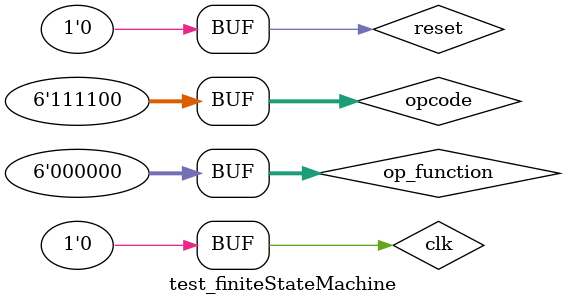
<source format=v>
`timescale 1ns / 1ns

module test_finiteStateMachine;

	// Inputs
	reg [5:0] opcode;
	reg [5:0] op_function;
	reg clk;
	reg reset;

	// Outputs
	wire O_PC_WRITE;
	wire O_BRANCH;
	wire O_ALU_SRC_A;
	wire O_REG_FILE_ENABLE;
	wire O_INSTRUCTION_OR_DATA;
	wire O_MEM_ENABLE;
	wire O_REG_DEST;
	wire O_MEM_TO_REG;
	wire [1:0] O_PC_SRC;
	wire [1:0] O_ALU_SRC_B;
	wire [3:0] O_ALU_CONTROL;
	wire O_IR_WRITE;

	// Instantiate the Unit Under Test (UUT)
	finiteStateMachine uut (
		.opcode(opcode),
		.op_function(op_function),
		.clk(clk),
		.reset(reset),
		.O_PC_WRITE(O_PC_WRITE),
		.O_BRANCH(O_BRANCH),
		.O_ALU_SRC_A(O_ALU_SRC_A),
		.O_REG_FILE_ENABLE(O_REG_FILE_ENABLE),
		.O_INSTRUCTION_OR_DATA(O_INSTRUCTION_OR_DATA),
		.O_MEM_ENABLE(O_MEM_ENABLE),
		.O_REG_DEST(O_REG_DEST),
		.O_MEM_TO_REG(O_MEM_TO_REG),
		.O_PC_SRC(O_PC_SRC),
		.O_ALU_SRC_B(O_ALU_SRC_B),
		.O_ALU_CONTROL(O_ALU_CONTROL),
		.O_IR_WRITE(O_IR_WRITE)
	);

	initial begin
		// Initialize Inputs

		$display ("time\tclk\treset\t\topcode\t\top_function");
		$monitor ("%g\t%b\t%b\t\t%b\t\t%b",
					 $time, clk, reset, opcode, op_function);

		opcode = 0;
		op_function = 0;
		clk = 0;
		reset = 0;

		#100;
		// Reset the FSM.  Should go into S_IDLE= 3'b000 state, and output O_NOTHING= 6'b100000.
		#5; clk= 1; reset= 1;
		#5; clk= 0; reset= 0;
		// NOOP = 000000
		#5;
		opcode = 6'b000000;
		clk= 0;
		reset= 0;
		#5; clk= 1; // fetch
		#5; clk= 0;
		#5; clk= 1; // decodes
		#5; clk= 0;
		#5; clk= 1; // branch
		#5; clk= 0;

		// MOV = 010000
		#5; clk= 0; reset= 0;
		opcode = 6'b010000;
		#5; clk= 1; // fetch
		#5; clk= 0;
		#5; clk= 1; // decode
		#5; clk= 0;
		#5; clk= 1; // execute
		#5; clk= 0;
		#5; clk= 1; // alu_writeback
		#5; clk= 0;
	   
		// TESTING OP_SUB    = 6'b010011;
		#5;
		opcode = 6'b010011;
		clk= 0;
		reset= 0;
		#5; clk= 1; // fetch
		#5; clk= 0;
		#5; clk= 1; // decode
		#5; clk= 0;
		#5; clk= 1;
		#5; clk= 0;
		#5; clk= 1;
		#5; clk= 0;
		#5; clk= 1;
		#5; clk= 0;

		// TESTING OP_SUB    = 6'b010011;
		#5;
		opcode = 6'b010011;
		clk= 0;
		reset= 0;
		#5; clk= 1; // fetch
		#5; clk= 0;
		#5; clk= 1; // decode
		#5; clk= 0;
		#5; clk= 1;
		#5; clk= 0;
		#5; clk= 1;
		#5; clk= 0;
		#5; clk= 1;
		#5; clk= 0;

		// TESTING OP_OR     = 6'b010100;
		#5;
		opcode = 6'b010100;
		clk= 0;
		reset= 0;
		#5; clk= 1; // fetch
		#5; clk= 0;
		#5; clk= 1; // decode
		#5; clk= 0;
		#5; clk= 1;
		#5; clk= 0;
		#5; clk= 1;
		#5; clk= 0;
		#5; clk= 1;
		#5; clk= 0;

		// TESTING OP_AND    = 6'b010101;
		#5;
		opcode = 6'b010101;
		clk= 0;
		reset= 0;
		#5; clk= 1; // fetch
		#5; clk= 0;
		#5; clk= 1; // decode
		#5; clk= 0;
		#5; clk= 1;
		#5; clk= 0;
		#5; clk= 1;
		#5; clk= 0;
		#5; clk= 1;
		#5; clk= 0;

		// TESTING OP_XOR    = 6'b010110;
		#5;
		opcode = 6'b010110;
		clk= 0;
		reset= 0;
		#5; clk= 1; // fetch
		#5; clk= 0;
		#5; clk= 1; // decode
		#5; clk= 0;
		#5; clk= 1;
		#5; clk= 0;
		#5; clk= 1;
		#5; clk= 0;
		#5; clk= 1;
		#5; clk= 0;

		// TESTING OP_SLT    = 6'b010111;
		#5;
		opcode = 6'b010111;
		clk= 0;
		reset= 0;
		#5; clk= 1; // fetch
		#5; clk= 0;
		#5; clk= 1; // decode
		#5; clk= 0;
		#5; clk= 1;
		#5; clk= 0;
		#5; clk= 1;
		#5; clk= 0;
		#5; clk= 1;
		#5; clk= 0;

		// TESTING OP_J      = 6'b000001;
		#5;
		opcode = 6'b000001;
		clk= 0;
		reset= 0;
		#5; clk= 1; // fetch
		#5; clk= 0;
		#5; clk= 1; // decode
		#5; clk= 0;
		#5; clk= 1;
		#5; clk= 0;
		#5; clk= 1;
		#5; clk= 0;
		#5; clk= 1;
		#5; clk= 0;

		// TESTING OP_BNE    = 6'b100001;
		#5;
		opcode = 6'b100001;
		clk= 0;
		reset= 0;
		#5; clk= 1; // fetch
		#5; clk= 0;
		#5; clk= 1; // decode
		#5; clk= 0;
		#5; clk= 1;
		#5; clk= 0;
		#5; clk= 1;
		#5; clk= 0;
		#5; clk= 1;
		#5; clk= 0;

		// TESTING OP_ADDI   = 6'b110010;
		#5;
		opcode = 6'b110010;
		clk= 0;
		reset= 0;
		#5; clk= 1; // fetch
		#5; clk= 0;
		#5; clk= 1; // decode
		#5; clk= 0;
		#5; clk= 1;
		#5; clk= 0;
		#5; clk= 1;
		#5; clk= 0;
		#5; clk= 1;
		#5; clk= 0;

		// TESTING OP_SUBI   = 6'b110011;
		#5;
		opcode = 6'b110011;
		clk= 0;
		reset= 0;
		#5; clk= 1; // fetch
		#5; clk= 0;
		#5; clk= 1; // decode
		#5; clk= 0;
		#5; clk= 1;
		#5; clk= 0;
		#5; clk= 1;
		#5; clk= 0;
		#5; clk= 1;
		#5; clk= 0;

		// TESTING OP_ORI    = 6'b110100;
		#5;
		opcode = 6'b110100;
		clk= 0;
		reset= 0;
		#5; clk= 1; // fetch
		#5; clk= 0;
		#5; clk= 1; // decode
		#5; clk= 0;
		#5; clk= 1;
		#5; clk= 0;
		#5; clk= 1;
		#5; clk= 0;
		#5; clk= 1;
		#5; clk= 0;

		// TESTING OP_ANDI   = 6'b110101;
		#5;
		opcode = 6'b110101;
		clk= 0;
		reset= 0;
		#5; clk= 1; // fetch
		#5; clk= 0;
		#5; clk= 1; // decode
		#5; clk= 0;
		#5; clk= 1;
		#5; clk= 0;
		#5; clk= 1;
		#5; clk= 0;
		#5; clk= 1;
		#5; clk= 0;

		// TESTING OP_XORI   = 6'b110110;
		#5;
		opcode = 6'b110110;
		clk= 0;
		reset= 0;
		#5; clk= 1; // fetch
		#5; clk= 0;
		#5; clk= 1; // decode
		#5; clk= 0;
		#5; clk= 1;
		#5; clk= 0;
		#5; clk= 1;
		#5; clk= 0;
		#5; clk= 1;
		#5; clk= 0;

		// TESTING OP_SLTI   = 6'b110111;
		#5;
		opcode = 6'b110111;
		clk= 0;
		reset= 0;
		#5; clk= 1; // fetch
		#5; clk= 0;
		#5; clk= 1; // decode
		#5; clk= 0;
		#5; clk= 1;
		#5; clk= 0;
		#5; clk= 1;
		#5; clk= 0;
		#5; clk= 1;
		#5; clk= 0;

		// TESTING OP_LI     = 6'b111001;
		#5;
		opcode = 6'b111001;
		clk= 0;
		reset= 0;
		#5; clk= 1; // fetch
		#5; clk= 0;
		#5; clk= 1; // decode
		#5; clk= 0;
		#5; clk= 1;
		#5; clk= 0;
		#5; clk= 1;
		#5; clk= 0;
		#5; clk= 1;
		#5; clk= 0;

		// TESTING OP_LWI    = 6'b111011;
		#5;
		opcode = 6'b111011;
		clk= 0;
		reset= 0;
		#5; clk= 1; // fetch
		#5; clk= 0;
		#5; clk= 1; // decode
		#5; clk= 0;
		#5; clk= 1;
		#5; clk= 0;
		#5; clk= 1;
		#5; clk= 0;
		#5; clk= 1;
		#5; clk= 0;

		// TESTING OP_SWI    = 6'b111100;
		#5;
		opcode = 6'b111100;
		clk= 0;
		reset= 0;
		#5; clk= 1; // fetch
		#5; clk= 0;
		#5; clk= 1; // decode
		#5; clk= 0;
		#5; clk= 1;
		#5; clk= 0;
		#5; clk= 1;
		#5; clk= 0;
		#5; clk= 1;
		#5; clk= 0;


		#100;
	end

endmodule

</source>
